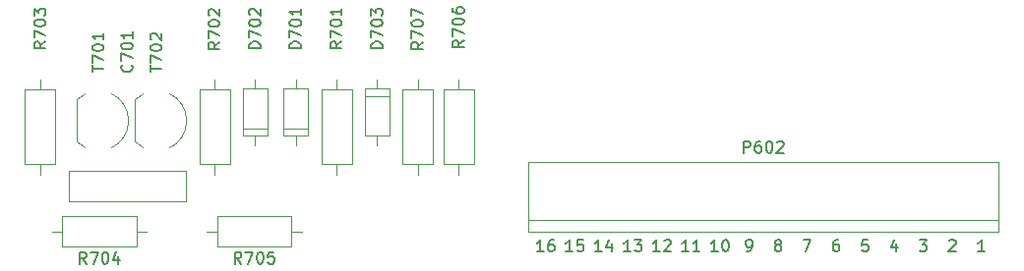
<source format=gbr>
%TF.GenerationSoftware,KiCad,Pcbnew,(5.1.7)-1*%
%TF.CreationDate,2022-01-04T16:34:00+01:00*%
%TF.ProjectId,display-board,64697370-6c61-4792-9d62-6f6172642e6b,rev?*%
%TF.SameCoordinates,Original*%
%TF.FileFunction,Legend,Top*%
%TF.FilePolarity,Positive*%
%FSLAX46Y46*%
G04 Gerber Fmt 4.6, Leading zero omitted, Abs format (unit mm)*
G04 Created by KiCad (PCBNEW (5.1.7)-1) date 2022-01-04 16:34:00*
%MOMM*%
%LPD*%
G01*
G04 APERTURE LIST*
%ADD10C,0.150000*%
%ADD11C,0.120000*%
G04 APERTURE END LIST*
D10*
X84559523Y-38202380D02*
X84559523Y-37202380D01*
X84940476Y-37202380D01*
X85035714Y-37250000D01*
X85083333Y-37297619D01*
X85130952Y-37392857D01*
X85130952Y-37535714D01*
X85083333Y-37630952D01*
X85035714Y-37678571D01*
X84940476Y-37726190D01*
X84559523Y-37726190D01*
X85988095Y-37202380D02*
X85797619Y-37202380D01*
X85702380Y-37250000D01*
X85654761Y-37297619D01*
X85559523Y-37440476D01*
X85511904Y-37630952D01*
X85511904Y-38011904D01*
X85559523Y-38107142D01*
X85607142Y-38154761D01*
X85702380Y-38202380D01*
X85892857Y-38202380D01*
X85988095Y-38154761D01*
X86035714Y-38107142D01*
X86083333Y-38011904D01*
X86083333Y-37773809D01*
X86035714Y-37678571D01*
X85988095Y-37630952D01*
X85892857Y-37583333D01*
X85702380Y-37583333D01*
X85607142Y-37630952D01*
X85559523Y-37678571D01*
X85511904Y-37773809D01*
X86702380Y-37202380D02*
X86797619Y-37202380D01*
X86892857Y-37250000D01*
X86940476Y-37297619D01*
X86988095Y-37392857D01*
X87035714Y-37583333D01*
X87035714Y-37821428D01*
X86988095Y-38011904D01*
X86940476Y-38107142D01*
X86892857Y-38154761D01*
X86797619Y-38202380D01*
X86702380Y-38202380D01*
X86607142Y-38154761D01*
X86559523Y-38107142D01*
X86511904Y-38011904D01*
X86464285Y-37821428D01*
X86464285Y-37583333D01*
X86511904Y-37392857D01*
X86559523Y-37297619D01*
X86607142Y-37250000D01*
X86702380Y-37202380D01*
X87416666Y-37297619D02*
X87464285Y-37250000D01*
X87559523Y-37202380D01*
X87797619Y-37202380D01*
X87892857Y-37250000D01*
X87940476Y-37297619D01*
X87988095Y-37392857D01*
X87988095Y-37488095D01*
X87940476Y-37630952D01*
X87369047Y-38202380D01*
X87988095Y-38202380D01*
X105285714Y-46702380D02*
X104714285Y-46702380D01*
X105000000Y-46702380D02*
X105000000Y-45702380D01*
X104904761Y-45845238D01*
X104809523Y-45940476D01*
X104714285Y-45988095D01*
X102214285Y-45797619D02*
X102261904Y-45750000D01*
X102357142Y-45702380D01*
X102595238Y-45702380D01*
X102690476Y-45750000D01*
X102738095Y-45797619D01*
X102785714Y-45892857D01*
X102785714Y-45988095D01*
X102738095Y-46130952D01*
X102166666Y-46702380D01*
X102785714Y-46702380D01*
X99666666Y-45702380D02*
X100285714Y-45702380D01*
X99952380Y-46083333D01*
X100095238Y-46083333D01*
X100190476Y-46130952D01*
X100238095Y-46178571D01*
X100285714Y-46273809D01*
X100285714Y-46511904D01*
X100238095Y-46607142D01*
X100190476Y-46654761D01*
X100095238Y-46702380D01*
X99809523Y-46702380D01*
X99714285Y-46654761D01*
X99666666Y-46607142D01*
X97690476Y-46035714D02*
X97690476Y-46702380D01*
X97452380Y-45654761D02*
X97214285Y-46369047D01*
X97833333Y-46369047D01*
X95238095Y-45702380D02*
X94761904Y-45702380D01*
X94714285Y-46178571D01*
X94761904Y-46130952D01*
X94857142Y-46083333D01*
X95095238Y-46083333D01*
X95190476Y-46130952D01*
X95238095Y-46178571D01*
X95285714Y-46273809D01*
X95285714Y-46511904D01*
X95238095Y-46607142D01*
X95190476Y-46654761D01*
X95095238Y-46702380D01*
X94857142Y-46702380D01*
X94761904Y-46654761D01*
X94714285Y-46607142D01*
X92690476Y-45702380D02*
X92500000Y-45702380D01*
X92404761Y-45750000D01*
X92357142Y-45797619D01*
X92261904Y-45940476D01*
X92214285Y-46130952D01*
X92214285Y-46511904D01*
X92261904Y-46607142D01*
X92309523Y-46654761D01*
X92404761Y-46702380D01*
X92595238Y-46702380D01*
X92690476Y-46654761D01*
X92738095Y-46607142D01*
X92785714Y-46511904D01*
X92785714Y-46273809D01*
X92738095Y-46178571D01*
X92690476Y-46130952D01*
X92595238Y-46083333D01*
X92404761Y-46083333D01*
X92309523Y-46130952D01*
X92261904Y-46178571D01*
X92214285Y-46273809D01*
X89666666Y-45702380D02*
X90333333Y-45702380D01*
X89904761Y-46702380D01*
X87404761Y-46130952D02*
X87309523Y-46083333D01*
X87261904Y-46035714D01*
X87214285Y-45940476D01*
X87214285Y-45892857D01*
X87261904Y-45797619D01*
X87309523Y-45750000D01*
X87404761Y-45702380D01*
X87595238Y-45702380D01*
X87690476Y-45750000D01*
X87738095Y-45797619D01*
X87785714Y-45892857D01*
X87785714Y-45940476D01*
X87738095Y-46035714D01*
X87690476Y-46083333D01*
X87595238Y-46130952D01*
X87404761Y-46130952D01*
X87309523Y-46178571D01*
X87261904Y-46226190D01*
X87214285Y-46321428D01*
X87214285Y-46511904D01*
X87261904Y-46607142D01*
X87309523Y-46654761D01*
X87404761Y-46702380D01*
X87595238Y-46702380D01*
X87690476Y-46654761D01*
X87738095Y-46607142D01*
X87785714Y-46511904D01*
X87785714Y-46321428D01*
X87738095Y-46226190D01*
X87690476Y-46178571D01*
X87595238Y-46130952D01*
X82309523Y-46702380D02*
X81738095Y-46702380D01*
X82023809Y-46702380D02*
X82023809Y-45702380D01*
X81928571Y-45845238D01*
X81833333Y-45940476D01*
X81738095Y-45988095D01*
X82928571Y-45702380D02*
X83023809Y-45702380D01*
X83119047Y-45750000D01*
X83166666Y-45797619D01*
X83214285Y-45892857D01*
X83261904Y-46083333D01*
X83261904Y-46321428D01*
X83214285Y-46511904D01*
X83166666Y-46607142D01*
X83119047Y-46654761D01*
X83023809Y-46702380D01*
X82928571Y-46702380D01*
X82833333Y-46654761D01*
X82785714Y-46607142D01*
X82738095Y-46511904D01*
X82690476Y-46321428D01*
X82690476Y-46083333D01*
X82738095Y-45892857D01*
X82785714Y-45797619D01*
X82833333Y-45750000D01*
X82928571Y-45702380D01*
X84809523Y-46702380D02*
X85000000Y-46702380D01*
X85095238Y-46654761D01*
X85142857Y-46607142D01*
X85238095Y-46464285D01*
X85285714Y-46273809D01*
X85285714Y-45892857D01*
X85238095Y-45797619D01*
X85190476Y-45750000D01*
X85095238Y-45702380D01*
X84904761Y-45702380D01*
X84809523Y-45750000D01*
X84761904Y-45797619D01*
X84714285Y-45892857D01*
X84714285Y-46130952D01*
X84761904Y-46226190D01*
X84809523Y-46273809D01*
X84904761Y-46321428D01*
X85095238Y-46321428D01*
X85190476Y-46273809D01*
X85238095Y-46226190D01*
X85285714Y-46130952D01*
X79809523Y-46702380D02*
X79238095Y-46702380D01*
X79523809Y-46702380D02*
X79523809Y-45702380D01*
X79428571Y-45845238D01*
X79333333Y-45940476D01*
X79238095Y-45988095D01*
X80761904Y-46702380D02*
X80190476Y-46702380D01*
X80476190Y-46702380D02*
X80476190Y-45702380D01*
X80380952Y-45845238D01*
X80285714Y-45940476D01*
X80190476Y-45988095D01*
X77309523Y-46702380D02*
X76738095Y-46702380D01*
X77023809Y-46702380D02*
X77023809Y-45702380D01*
X76928571Y-45845238D01*
X76833333Y-45940476D01*
X76738095Y-45988095D01*
X77690476Y-45797619D02*
X77738095Y-45750000D01*
X77833333Y-45702380D01*
X78071428Y-45702380D01*
X78166666Y-45750000D01*
X78214285Y-45797619D01*
X78261904Y-45892857D01*
X78261904Y-45988095D01*
X78214285Y-46130952D01*
X77642857Y-46702380D01*
X78261904Y-46702380D01*
X74809523Y-46702380D02*
X74238095Y-46702380D01*
X74523809Y-46702380D02*
X74523809Y-45702380D01*
X74428571Y-45845238D01*
X74333333Y-45940476D01*
X74238095Y-45988095D01*
X75142857Y-45702380D02*
X75761904Y-45702380D01*
X75428571Y-46083333D01*
X75571428Y-46083333D01*
X75666666Y-46130952D01*
X75714285Y-46178571D01*
X75761904Y-46273809D01*
X75761904Y-46511904D01*
X75714285Y-46607142D01*
X75666666Y-46654761D01*
X75571428Y-46702380D01*
X75285714Y-46702380D01*
X75190476Y-46654761D01*
X75142857Y-46607142D01*
X72309523Y-46702380D02*
X71738095Y-46702380D01*
X72023809Y-46702380D02*
X72023809Y-45702380D01*
X71928571Y-45845238D01*
X71833333Y-45940476D01*
X71738095Y-45988095D01*
X73166666Y-46035714D02*
X73166666Y-46702380D01*
X72928571Y-45654761D02*
X72690476Y-46369047D01*
X73309523Y-46369047D01*
X69809523Y-46702380D02*
X69238095Y-46702380D01*
X69523809Y-46702380D02*
X69523809Y-45702380D01*
X69428571Y-45845238D01*
X69333333Y-45940476D01*
X69238095Y-45988095D01*
X70714285Y-45702380D02*
X70238095Y-45702380D01*
X70190476Y-46178571D01*
X70238095Y-46130952D01*
X70333333Y-46083333D01*
X70571428Y-46083333D01*
X70666666Y-46130952D01*
X70714285Y-46178571D01*
X70761904Y-46273809D01*
X70761904Y-46511904D01*
X70714285Y-46607142D01*
X70666666Y-46654761D01*
X70571428Y-46702380D01*
X70333333Y-46702380D01*
X70238095Y-46654761D01*
X70190476Y-46607142D01*
X67309523Y-46702380D02*
X66738095Y-46702380D01*
X67023809Y-46702380D02*
X67023809Y-45702380D01*
X66928571Y-45845238D01*
X66833333Y-45940476D01*
X66738095Y-45988095D01*
X68166666Y-45702380D02*
X67976190Y-45702380D01*
X67880952Y-45750000D01*
X67833333Y-45797619D01*
X67738095Y-45940476D01*
X67690476Y-46130952D01*
X67690476Y-46511904D01*
X67738095Y-46607142D01*
X67785714Y-46654761D01*
X67880952Y-46702380D01*
X68071428Y-46702380D01*
X68166666Y-46654761D01*
X68214285Y-46607142D01*
X68261904Y-46511904D01*
X68261904Y-46273809D01*
X68214285Y-46178571D01*
X68166666Y-46130952D01*
X68071428Y-46083333D01*
X67880952Y-46083333D01*
X67785714Y-46130952D01*
X67738095Y-46178571D01*
X67690476Y-46273809D01*
D11*
X66000000Y-45000000D02*
X66000000Y-39000000D01*
X106500000Y-45000000D02*
X106500000Y-39000000D01*
X66000000Y-45000000D02*
X106500000Y-45000000D01*
X106500000Y-44000000D02*
X66000000Y-44000000D01*
X106500000Y-39000000D02*
X66000000Y-39000000D01*
X36560000Y-42350000D02*
X26440000Y-42350000D01*
X36560000Y-39730000D02*
X26440000Y-39730000D01*
X36560000Y-42350000D02*
X36560000Y-39730000D01*
X26440000Y-42350000D02*
X26440000Y-39730000D01*
X32150000Y-33640000D02*
X32150000Y-37240000D01*
X32877205Y-33115816D02*
G75*
G03*
X32150000Y-33640000I1122795J-2324184D01*
G01*
X35098807Y-33083600D02*
G75*
G02*
X36600000Y-35440000I-1098807J-2356400D01*
G01*
X35098807Y-37796400D02*
G75*
G03*
X36600000Y-35440000I-1098807J2356400D01*
G01*
X32877205Y-37764184D02*
G75*
G02*
X32150000Y-37240000I1122795J2324184D01*
G01*
X27150000Y-33640000D02*
X27150000Y-37240000D01*
X27877205Y-33115816D02*
G75*
G03*
X27150000Y-33640000I1122795J-2324184D01*
G01*
X30098807Y-33083600D02*
G75*
G02*
X31600000Y-35440000I-1098807J-2356400D01*
G01*
X30098807Y-37796400D02*
G75*
G03*
X31600000Y-35440000I-1098807J2356400D01*
G01*
X27877205Y-37764184D02*
G75*
G02*
X27150000Y-37240000I1122795J2324184D01*
G01*
X55190000Y-39170000D02*
X57810000Y-39170000D01*
X57810000Y-39170000D02*
X57810000Y-32750000D01*
X57810000Y-32750000D02*
X55190000Y-32750000D01*
X55190000Y-32750000D02*
X55190000Y-39170000D01*
X56500000Y-40060000D02*
X56500000Y-39170000D01*
X56500000Y-31860000D02*
X56500000Y-32750000D01*
X58690000Y-39170000D02*
X61310000Y-39170000D01*
X61310000Y-39170000D02*
X61310000Y-32750000D01*
X61310000Y-32750000D02*
X58690000Y-32750000D01*
X58690000Y-32750000D02*
X58690000Y-39170000D01*
X60000000Y-40060000D02*
X60000000Y-39170000D01*
X60000000Y-31860000D02*
X60000000Y-32750000D01*
X45630000Y-46310000D02*
X45630000Y-43690000D01*
X45630000Y-43690000D02*
X39210000Y-43690000D01*
X39210000Y-43690000D02*
X39210000Y-46310000D01*
X39210000Y-46310000D02*
X45630000Y-46310000D01*
X46520000Y-45000000D02*
X45630000Y-45000000D01*
X38320000Y-45000000D02*
X39210000Y-45000000D01*
X32290000Y-46310000D02*
X32290000Y-43690000D01*
X32290000Y-43690000D02*
X25870000Y-43690000D01*
X25870000Y-43690000D02*
X25870000Y-46310000D01*
X25870000Y-46310000D02*
X32290000Y-46310000D01*
X33180000Y-45000000D02*
X32290000Y-45000000D01*
X24980000Y-45000000D02*
X25870000Y-45000000D01*
X22690000Y-39170000D02*
X25310000Y-39170000D01*
X25310000Y-39170000D02*
X25310000Y-32750000D01*
X25310000Y-32750000D02*
X22690000Y-32750000D01*
X22690000Y-32750000D02*
X22690000Y-39170000D01*
X24000000Y-40060000D02*
X24000000Y-39170000D01*
X24000000Y-31860000D02*
X24000000Y-32750000D01*
X37690000Y-39170000D02*
X40310000Y-39170000D01*
X40310000Y-39170000D02*
X40310000Y-32750000D01*
X40310000Y-32750000D02*
X37690000Y-32750000D01*
X37690000Y-32750000D02*
X37690000Y-39170000D01*
X39000000Y-40060000D02*
X39000000Y-39170000D01*
X39000000Y-31860000D02*
X39000000Y-32750000D01*
X50810000Y-32750000D02*
X48190000Y-32750000D01*
X48190000Y-32750000D02*
X48190000Y-39170000D01*
X48190000Y-39170000D02*
X50810000Y-39170000D01*
X50810000Y-39170000D02*
X50810000Y-32750000D01*
X49500000Y-31860000D02*
X49500000Y-32750000D01*
X49500000Y-40060000D02*
X49500000Y-39170000D01*
X54060000Y-32630000D02*
X51940000Y-32630000D01*
X51940000Y-32630000D02*
X51940000Y-36750000D01*
X51940000Y-36750000D02*
X54060000Y-36750000D01*
X54060000Y-36750000D02*
X54060000Y-32630000D01*
X53000000Y-31860000D02*
X53000000Y-32630000D01*
X53000000Y-37520000D02*
X53000000Y-36750000D01*
X54060000Y-33290000D02*
X51940000Y-33290000D01*
X41440000Y-36750000D02*
X43560000Y-36750000D01*
X43560000Y-36750000D02*
X43560000Y-32630000D01*
X43560000Y-32630000D02*
X41440000Y-32630000D01*
X41440000Y-32630000D02*
X41440000Y-36750000D01*
X42500000Y-37520000D02*
X42500000Y-36750000D01*
X42500000Y-31860000D02*
X42500000Y-32630000D01*
X41440000Y-36090000D02*
X43560000Y-36090000D01*
X44940000Y-36750000D02*
X47060000Y-36750000D01*
X47060000Y-36750000D02*
X47060000Y-32630000D01*
X47060000Y-32630000D02*
X44940000Y-32630000D01*
X44940000Y-32630000D02*
X44940000Y-36750000D01*
X46000000Y-37520000D02*
X46000000Y-36750000D01*
X46000000Y-31860000D02*
X46000000Y-32630000D01*
X44940000Y-36090000D02*
X47060000Y-36090000D01*
D10*
X31857142Y-30619047D02*
X31904761Y-30666666D01*
X31952380Y-30809523D01*
X31952380Y-30904761D01*
X31904761Y-31047619D01*
X31809523Y-31142857D01*
X31714285Y-31190476D01*
X31523809Y-31238095D01*
X31380952Y-31238095D01*
X31190476Y-31190476D01*
X31095238Y-31142857D01*
X31000000Y-31047619D01*
X30952380Y-30904761D01*
X30952380Y-30809523D01*
X31000000Y-30666666D01*
X31047619Y-30619047D01*
X30952380Y-30285714D02*
X30952380Y-29619047D01*
X31952380Y-30047619D01*
X30952380Y-29047619D02*
X30952380Y-28952380D01*
X31000000Y-28857142D01*
X31047619Y-28809523D01*
X31142857Y-28761904D01*
X31333333Y-28714285D01*
X31571428Y-28714285D01*
X31761904Y-28761904D01*
X31857142Y-28809523D01*
X31904761Y-28857142D01*
X31952380Y-28952380D01*
X31952380Y-29047619D01*
X31904761Y-29142857D01*
X31857142Y-29190476D01*
X31761904Y-29238095D01*
X31571428Y-29285714D01*
X31333333Y-29285714D01*
X31142857Y-29238095D01*
X31047619Y-29190476D01*
X31000000Y-29142857D01*
X30952380Y-29047619D01*
X31952380Y-27761904D02*
X31952380Y-28333333D01*
X31952380Y-28047619D02*
X30952380Y-28047619D01*
X31095238Y-28142857D01*
X31190476Y-28238095D01*
X31238095Y-28333333D01*
X33452380Y-31214285D02*
X33452380Y-30642857D01*
X34452380Y-30928571D02*
X33452380Y-30928571D01*
X33452380Y-30404761D02*
X33452380Y-29738095D01*
X34452380Y-30166666D01*
X33452380Y-29166666D02*
X33452380Y-29071428D01*
X33500000Y-28976190D01*
X33547619Y-28928571D01*
X33642857Y-28880952D01*
X33833333Y-28833333D01*
X34071428Y-28833333D01*
X34261904Y-28880952D01*
X34357142Y-28928571D01*
X34404761Y-28976190D01*
X34452380Y-29071428D01*
X34452380Y-29166666D01*
X34404761Y-29261904D01*
X34357142Y-29309523D01*
X34261904Y-29357142D01*
X34071428Y-29404761D01*
X33833333Y-29404761D01*
X33642857Y-29357142D01*
X33547619Y-29309523D01*
X33500000Y-29261904D01*
X33452380Y-29166666D01*
X33547619Y-28452380D02*
X33500000Y-28404761D01*
X33452380Y-28309523D01*
X33452380Y-28071428D01*
X33500000Y-27976190D01*
X33547619Y-27928571D01*
X33642857Y-27880952D01*
X33738095Y-27880952D01*
X33880952Y-27928571D01*
X34452380Y-28500000D01*
X34452380Y-27880952D01*
X28452380Y-31214285D02*
X28452380Y-30642857D01*
X29452380Y-30928571D02*
X28452380Y-30928571D01*
X28452380Y-30404761D02*
X28452380Y-29738095D01*
X29452380Y-30166666D01*
X28452380Y-29166666D02*
X28452380Y-29071428D01*
X28500000Y-28976190D01*
X28547619Y-28928571D01*
X28642857Y-28880952D01*
X28833333Y-28833333D01*
X29071428Y-28833333D01*
X29261904Y-28880952D01*
X29357142Y-28928571D01*
X29404761Y-28976190D01*
X29452380Y-29071428D01*
X29452380Y-29166666D01*
X29404761Y-29261904D01*
X29357142Y-29309523D01*
X29261904Y-29357142D01*
X29071428Y-29404761D01*
X28833333Y-29404761D01*
X28642857Y-29357142D01*
X28547619Y-29309523D01*
X28500000Y-29261904D01*
X28452380Y-29166666D01*
X29452380Y-27880952D02*
X29452380Y-28452380D01*
X29452380Y-28166666D02*
X28452380Y-28166666D01*
X28595238Y-28261904D01*
X28690476Y-28357142D01*
X28738095Y-28452380D01*
X56952380Y-28659047D02*
X56476190Y-28992380D01*
X56952380Y-29230476D02*
X55952380Y-29230476D01*
X55952380Y-28849523D01*
X56000000Y-28754285D01*
X56047619Y-28706666D01*
X56142857Y-28659047D01*
X56285714Y-28659047D01*
X56380952Y-28706666D01*
X56428571Y-28754285D01*
X56476190Y-28849523D01*
X56476190Y-29230476D01*
X55952380Y-28325714D02*
X55952380Y-27659047D01*
X56952380Y-28087619D01*
X55952380Y-27087619D02*
X55952380Y-26992380D01*
X56000000Y-26897142D01*
X56047619Y-26849523D01*
X56142857Y-26801904D01*
X56333333Y-26754285D01*
X56571428Y-26754285D01*
X56761904Y-26801904D01*
X56857142Y-26849523D01*
X56904761Y-26897142D01*
X56952380Y-26992380D01*
X56952380Y-27087619D01*
X56904761Y-27182857D01*
X56857142Y-27230476D01*
X56761904Y-27278095D01*
X56571428Y-27325714D01*
X56333333Y-27325714D01*
X56142857Y-27278095D01*
X56047619Y-27230476D01*
X56000000Y-27182857D01*
X55952380Y-27087619D01*
X55952380Y-26420952D02*
X55952380Y-25754285D01*
X56952380Y-26182857D01*
X60452380Y-28499047D02*
X59976190Y-28832380D01*
X60452380Y-29070476D02*
X59452380Y-29070476D01*
X59452380Y-28689523D01*
X59500000Y-28594285D01*
X59547619Y-28546666D01*
X59642857Y-28499047D01*
X59785714Y-28499047D01*
X59880952Y-28546666D01*
X59928571Y-28594285D01*
X59976190Y-28689523D01*
X59976190Y-29070476D01*
X59452380Y-28165714D02*
X59452380Y-27499047D01*
X60452380Y-27927619D01*
X59452380Y-26927619D02*
X59452380Y-26832380D01*
X59500000Y-26737142D01*
X59547619Y-26689523D01*
X59642857Y-26641904D01*
X59833333Y-26594285D01*
X60071428Y-26594285D01*
X60261904Y-26641904D01*
X60357142Y-26689523D01*
X60404761Y-26737142D01*
X60452380Y-26832380D01*
X60452380Y-26927619D01*
X60404761Y-27022857D01*
X60357142Y-27070476D01*
X60261904Y-27118095D01*
X60071428Y-27165714D01*
X59833333Y-27165714D01*
X59642857Y-27118095D01*
X59547619Y-27070476D01*
X59500000Y-27022857D01*
X59452380Y-26927619D01*
X59452380Y-25737142D02*
X59452380Y-25927619D01*
X59500000Y-26022857D01*
X59547619Y-26070476D01*
X59690476Y-26165714D01*
X59880952Y-26213333D01*
X60261904Y-26213333D01*
X60357142Y-26165714D01*
X60404761Y-26118095D01*
X60452380Y-26022857D01*
X60452380Y-25832380D01*
X60404761Y-25737142D01*
X60357142Y-25689523D01*
X60261904Y-25641904D01*
X60023809Y-25641904D01*
X59928571Y-25689523D01*
X59880952Y-25737142D01*
X59833333Y-25832380D01*
X59833333Y-26022857D01*
X59880952Y-26118095D01*
X59928571Y-26165714D01*
X60023809Y-26213333D01*
X41300952Y-47762380D02*
X40967619Y-47286190D01*
X40729523Y-47762380D02*
X40729523Y-46762380D01*
X41110476Y-46762380D01*
X41205714Y-46810000D01*
X41253333Y-46857619D01*
X41300952Y-46952857D01*
X41300952Y-47095714D01*
X41253333Y-47190952D01*
X41205714Y-47238571D01*
X41110476Y-47286190D01*
X40729523Y-47286190D01*
X41634285Y-46762380D02*
X42300952Y-46762380D01*
X41872380Y-47762380D01*
X42872380Y-46762380D02*
X42967619Y-46762380D01*
X43062857Y-46810000D01*
X43110476Y-46857619D01*
X43158095Y-46952857D01*
X43205714Y-47143333D01*
X43205714Y-47381428D01*
X43158095Y-47571904D01*
X43110476Y-47667142D01*
X43062857Y-47714761D01*
X42967619Y-47762380D01*
X42872380Y-47762380D01*
X42777142Y-47714761D01*
X42729523Y-47667142D01*
X42681904Y-47571904D01*
X42634285Y-47381428D01*
X42634285Y-47143333D01*
X42681904Y-46952857D01*
X42729523Y-46857619D01*
X42777142Y-46810000D01*
X42872380Y-46762380D01*
X44110476Y-46762380D02*
X43634285Y-46762380D01*
X43586666Y-47238571D01*
X43634285Y-47190952D01*
X43729523Y-47143333D01*
X43967619Y-47143333D01*
X44062857Y-47190952D01*
X44110476Y-47238571D01*
X44158095Y-47333809D01*
X44158095Y-47571904D01*
X44110476Y-47667142D01*
X44062857Y-47714761D01*
X43967619Y-47762380D01*
X43729523Y-47762380D01*
X43634285Y-47714761D01*
X43586666Y-47667142D01*
X27960952Y-47762380D02*
X27627619Y-47286190D01*
X27389523Y-47762380D02*
X27389523Y-46762380D01*
X27770476Y-46762380D01*
X27865714Y-46810000D01*
X27913333Y-46857619D01*
X27960952Y-46952857D01*
X27960952Y-47095714D01*
X27913333Y-47190952D01*
X27865714Y-47238571D01*
X27770476Y-47286190D01*
X27389523Y-47286190D01*
X28294285Y-46762380D02*
X28960952Y-46762380D01*
X28532380Y-47762380D01*
X29532380Y-46762380D02*
X29627619Y-46762380D01*
X29722857Y-46810000D01*
X29770476Y-46857619D01*
X29818095Y-46952857D01*
X29865714Y-47143333D01*
X29865714Y-47381428D01*
X29818095Y-47571904D01*
X29770476Y-47667142D01*
X29722857Y-47714761D01*
X29627619Y-47762380D01*
X29532380Y-47762380D01*
X29437142Y-47714761D01*
X29389523Y-47667142D01*
X29341904Y-47571904D01*
X29294285Y-47381428D01*
X29294285Y-47143333D01*
X29341904Y-46952857D01*
X29389523Y-46857619D01*
X29437142Y-46810000D01*
X29532380Y-46762380D01*
X30722857Y-47095714D02*
X30722857Y-47762380D01*
X30484761Y-46714761D02*
X30246666Y-47429047D01*
X30865714Y-47429047D01*
X24452380Y-28619047D02*
X23976190Y-28952380D01*
X24452380Y-29190476D02*
X23452380Y-29190476D01*
X23452380Y-28809523D01*
X23500000Y-28714285D01*
X23547619Y-28666666D01*
X23642857Y-28619047D01*
X23785714Y-28619047D01*
X23880952Y-28666666D01*
X23928571Y-28714285D01*
X23976190Y-28809523D01*
X23976190Y-29190476D01*
X23452380Y-28285714D02*
X23452380Y-27619047D01*
X24452380Y-28047619D01*
X23452380Y-27047619D02*
X23452380Y-26952380D01*
X23500000Y-26857142D01*
X23547619Y-26809523D01*
X23642857Y-26761904D01*
X23833333Y-26714285D01*
X24071428Y-26714285D01*
X24261904Y-26761904D01*
X24357142Y-26809523D01*
X24404761Y-26857142D01*
X24452380Y-26952380D01*
X24452380Y-27047619D01*
X24404761Y-27142857D01*
X24357142Y-27190476D01*
X24261904Y-27238095D01*
X24071428Y-27285714D01*
X23833333Y-27285714D01*
X23642857Y-27238095D01*
X23547619Y-27190476D01*
X23500000Y-27142857D01*
X23452380Y-27047619D01*
X23452380Y-26380952D02*
X23452380Y-25761904D01*
X23833333Y-26095238D01*
X23833333Y-25952380D01*
X23880952Y-25857142D01*
X23928571Y-25809523D01*
X24023809Y-25761904D01*
X24261904Y-25761904D01*
X24357142Y-25809523D01*
X24404761Y-25857142D01*
X24452380Y-25952380D01*
X24452380Y-26238095D01*
X24404761Y-26333333D01*
X24357142Y-26380952D01*
X39452380Y-28659047D02*
X38976190Y-28992380D01*
X39452380Y-29230476D02*
X38452380Y-29230476D01*
X38452380Y-28849523D01*
X38500000Y-28754285D01*
X38547619Y-28706666D01*
X38642857Y-28659047D01*
X38785714Y-28659047D01*
X38880952Y-28706666D01*
X38928571Y-28754285D01*
X38976190Y-28849523D01*
X38976190Y-29230476D01*
X38452380Y-28325714D02*
X38452380Y-27659047D01*
X39452380Y-28087619D01*
X38452380Y-27087619D02*
X38452380Y-26992380D01*
X38500000Y-26897142D01*
X38547619Y-26849523D01*
X38642857Y-26801904D01*
X38833333Y-26754285D01*
X39071428Y-26754285D01*
X39261904Y-26801904D01*
X39357142Y-26849523D01*
X39404761Y-26897142D01*
X39452380Y-26992380D01*
X39452380Y-27087619D01*
X39404761Y-27182857D01*
X39357142Y-27230476D01*
X39261904Y-27278095D01*
X39071428Y-27325714D01*
X38833333Y-27325714D01*
X38642857Y-27278095D01*
X38547619Y-27230476D01*
X38500000Y-27182857D01*
X38452380Y-27087619D01*
X38547619Y-26373333D02*
X38500000Y-26325714D01*
X38452380Y-26230476D01*
X38452380Y-25992380D01*
X38500000Y-25897142D01*
X38547619Y-25849523D01*
X38642857Y-25801904D01*
X38738095Y-25801904D01*
X38880952Y-25849523D01*
X39452380Y-26420952D01*
X39452380Y-25801904D01*
X49952380Y-28619047D02*
X49476190Y-28952380D01*
X49952380Y-29190476D02*
X48952380Y-29190476D01*
X48952380Y-28809523D01*
X49000000Y-28714285D01*
X49047619Y-28666666D01*
X49142857Y-28619047D01*
X49285714Y-28619047D01*
X49380952Y-28666666D01*
X49428571Y-28714285D01*
X49476190Y-28809523D01*
X49476190Y-29190476D01*
X48952380Y-28285714D02*
X48952380Y-27619047D01*
X49952380Y-28047619D01*
X48952380Y-27047619D02*
X48952380Y-26952380D01*
X49000000Y-26857142D01*
X49047619Y-26809523D01*
X49142857Y-26761904D01*
X49333333Y-26714285D01*
X49571428Y-26714285D01*
X49761904Y-26761904D01*
X49857142Y-26809523D01*
X49904761Y-26857142D01*
X49952380Y-26952380D01*
X49952380Y-27047619D01*
X49904761Y-27142857D01*
X49857142Y-27190476D01*
X49761904Y-27238095D01*
X49571428Y-27285714D01*
X49333333Y-27285714D01*
X49142857Y-27238095D01*
X49047619Y-27190476D01*
X49000000Y-27142857D01*
X48952380Y-27047619D01*
X49952380Y-25761904D02*
X49952380Y-26333333D01*
X49952380Y-26047619D02*
X48952380Y-26047619D01*
X49095238Y-26142857D01*
X49190476Y-26238095D01*
X49238095Y-26333333D01*
X53452380Y-29190476D02*
X52452380Y-29190476D01*
X52452380Y-28952380D01*
X52500000Y-28809523D01*
X52595238Y-28714285D01*
X52690476Y-28666666D01*
X52880952Y-28619047D01*
X53023809Y-28619047D01*
X53214285Y-28666666D01*
X53309523Y-28714285D01*
X53404761Y-28809523D01*
X53452380Y-28952380D01*
X53452380Y-29190476D01*
X52452380Y-28285714D02*
X52452380Y-27619047D01*
X53452380Y-28047619D01*
X52452380Y-27047619D02*
X52452380Y-26952380D01*
X52500000Y-26857142D01*
X52547619Y-26809523D01*
X52642857Y-26761904D01*
X52833333Y-26714285D01*
X53071428Y-26714285D01*
X53261904Y-26761904D01*
X53357142Y-26809523D01*
X53404761Y-26857142D01*
X53452380Y-26952380D01*
X53452380Y-27047619D01*
X53404761Y-27142857D01*
X53357142Y-27190476D01*
X53261904Y-27238095D01*
X53071428Y-27285714D01*
X52833333Y-27285714D01*
X52642857Y-27238095D01*
X52547619Y-27190476D01*
X52500000Y-27142857D01*
X52452380Y-27047619D01*
X52452380Y-26380952D02*
X52452380Y-25761904D01*
X52833333Y-26095238D01*
X52833333Y-25952380D01*
X52880952Y-25857142D01*
X52928571Y-25809523D01*
X53023809Y-25761904D01*
X53261904Y-25761904D01*
X53357142Y-25809523D01*
X53404761Y-25857142D01*
X53452380Y-25952380D01*
X53452380Y-26238095D01*
X53404761Y-26333333D01*
X53357142Y-26380952D01*
X42952380Y-29190476D02*
X41952380Y-29190476D01*
X41952380Y-28952380D01*
X42000000Y-28809523D01*
X42095238Y-28714285D01*
X42190476Y-28666666D01*
X42380952Y-28619047D01*
X42523809Y-28619047D01*
X42714285Y-28666666D01*
X42809523Y-28714285D01*
X42904761Y-28809523D01*
X42952380Y-28952380D01*
X42952380Y-29190476D01*
X41952380Y-28285714D02*
X41952380Y-27619047D01*
X42952380Y-28047619D01*
X41952380Y-27047619D02*
X41952380Y-26952380D01*
X42000000Y-26857142D01*
X42047619Y-26809523D01*
X42142857Y-26761904D01*
X42333333Y-26714285D01*
X42571428Y-26714285D01*
X42761904Y-26761904D01*
X42857142Y-26809523D01*
X42904761Y-26857142D01*
X42952380Y-26952380D01*
X42952380Y-27047619D01*
X42904761Y-27142857D01*
X42857142Y-27190476D01*
X42761904Y-27238095D01*
X42571428Y-27285714D01*
X42333333Y-27285714D01*
X42142857Y-27238095D01*
X42047619Y-27190476D01*
X42000000Y-27142857D01*
X41952380Y-27047619D01*
X42047619Y-26333333D02*
X42000000Y-26285714D01*
X41952380Y-26190476D01*
X41952380Y-25952380D01*
X42000000Y-25857142D01*
X42047619Y-25809523D01*
X42142857Y-25761904D01*
X42238095Y-25761904D01*
X42380952Y-25809523D01*
X42952380Y-26380952D01*
X42952380Y-25761904D01*
X46452380Y-29190476D02*
X45452380Y-29190476D01*
X45452380Y-28952380D01*
X45500000Y-28809523D01*
X45595238Y-28714285D01*
X45690476Y-28666666D01*
X45880952Y-28619047D01*
X46023809Y-28619047D01*
X46214285Y-28666666D01*
X46309523Y-28714285D01*
X46404761Y-28809523D01*
X46452380Y-28952380D01*
X46452380Y-29190476D01*
X45452380Y-28285714D02*
X45452380Y-27619047D01*
X46452380Y-28047619D01*
X45452380Y-27047619D02*
X45452380Y-26952380D01*
X45500000Y-26857142D01*
X45547619Y-26809523D01*
X45642857Y-26761904D01*
X45833333Y-26714285D01*
X46071428Y-26714285D01*
X46261904Y-26761904D01*
X46357142Y-26809523D01*
X46404761Y-26857142D01*
X46452380Y-26952380D01*
X46452380Y-27047619D01*
X46404761Y-27142857D01*
X46357142Y-27190476D01*
X46261904Y-27238095D01*
X46071428Y-27285714D01*
X45833333Y-27285714D01*
X45642857Y-27238095D01*
X45547619Y-27190476D01*
X45500000Y-27142857D01*
X45452380Y-27047619D01*
X46452380Y-25761904D02*
X46452380Y-26333333D01*
X46452380Y-26047619D02*
X45452380Y-26047619D01*
X45595238Y-26142857D01*
X45690476Y-26238095D01*
X45738095Y-26333333D01*
M02*

</source>
